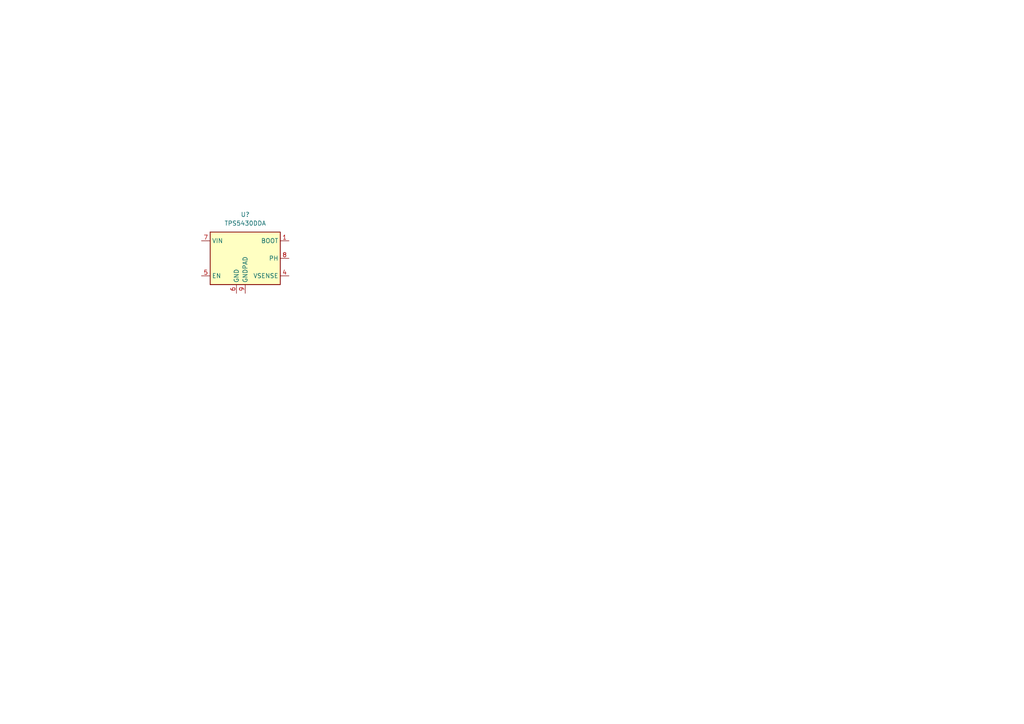
<source format=kicad_sch>
(kicad_sch (version 20230121) (generator eeschema)
  (paper "A4")
  (lib_symbols
    (symbol "Regulator_Switching:TPS5430DDA"
      (property "Reference" "U" (at -10.16 8.89 0))
      (property "Value" "TPS5430DDA" (at -1.27 8.89 0))
      (symbol "TPS5430DDA_0_1"
        (rectangle (start -10.16 7.62) (end 10.16 -7.62) (stroke (width 0.254)) (fill (type background)))
      )
      (symbol "TPS5430DDA_1_1"
        (pin input line (at 12.7 5.08 180) (length 2.54) (name "BOOT") (number "1"))
        (pin no_connect line (at -10.16 2.54 0) (length 2.54) hide (name "NC") (number "2"))
        (pin no_connect line (at -10.16 -2.54 0) (length 2.54) hide (name "NC") (number "3"))
        (pin input line (at 12.7 -5.08 180) (length 2.54) (name "VSENSE") (number "4"))
        (pin input line (at -12.7 -5.08 0) (length 2.54) (name "EN") (number "5"))
        (pin power_in line (at -2.54 -10.16 90) (length 2.54) (name "GND") (number "6"))
        (pin power_in line (at -12.7 5.08 0) (length 2.54) (name "VIN") (number "7"))
        (pin output line (at 12.7 0 180) (length 2.54) (name "PH") (number "8"))
        (pin power_in line (at 0 -10.16 90) (length 2.54) (name "GNDPAD") (number "9"))
      )
    )
  )
  (symbol (lib_id "Regulator_Switching:TPS5430DDA") (at 71.12 74.93 0) (unit 1)
    (property "Reference" "U?" (at 71.12 62.23 0))
    (property "Value" "TPS5430DDA" (at 71.12 64.77 0))
    (property "Footprint" "Package_SO:TI_SO-PowerPAD-8_ThermalVias" (effects hide))
    (property "Datasheet" "http://www.ti.com/lit/ds/symlink/tps5430.pdf" (effects hide))
    (property "LCSC" "C9864" (effects hide))
  )
)
</source>
